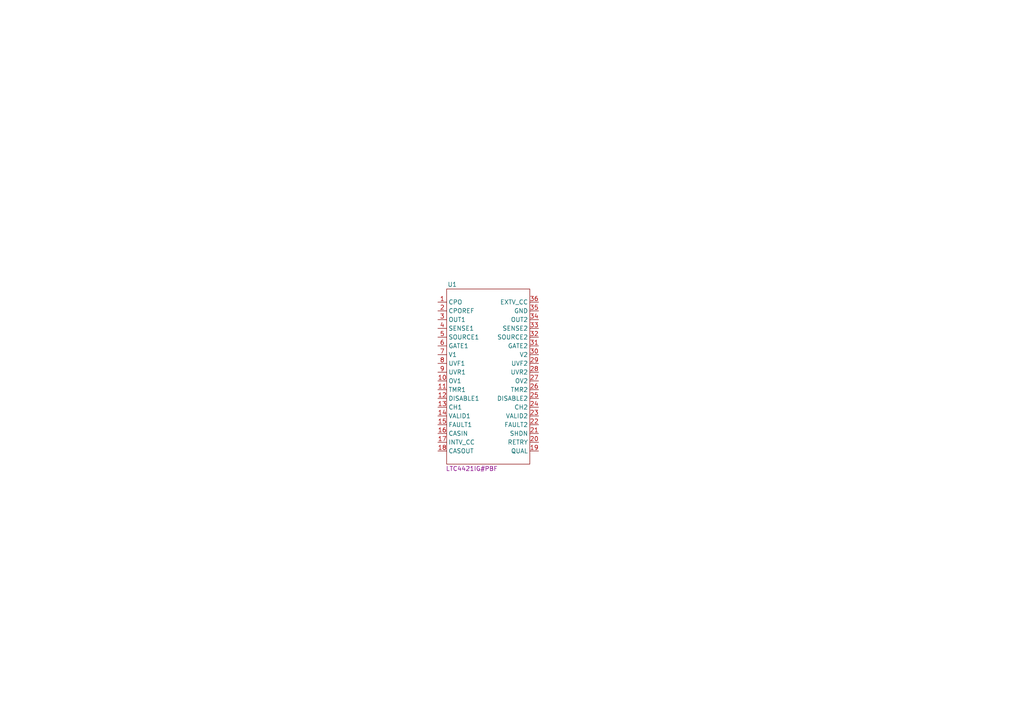
<source format=kicad_sch>
(kicad_sch
	(version 20231120)
	(generator "eeschema")
	(generator_version "8.0")
	(uuid "5dd9ac8a-d6ea-4987-9a8b-3f0429aba7fc")
	(paper "A4")
	(lib_symbols
		(symbol "Power_Path_Controller:LTC4421"
			(exclude_from_sim no)
			(in_bom yes)
			(on_board yes)
			(property "Reference" "U"
				(at -12.446 27.432 0)
				(effects
					(font
						(size 1.27 1.27)
					)
					(justify left top)
				)
			)
			(property "Value" ""
				(at 0 0 0)
				(effects
					(font
						(size 1.27 1.27)
					)
					(hide yes)
				)
			)
			(property "Footprint" ""
				(at 0 0 0)
				(effects
					(font
						(size 1.27 1.27)
					)
					(hide yes)
				)
			)
			(property "Datasheet" "https://www.analog.com/media/en/technical-documentation/data-sheets/LTC4421.pdf"
				(at 3.048 0.254 0)
				(effects
					(font
						(size 1.27 1.27)
					)
					(hide yes)
				)
			)
			(property "Description" ""
				(at 0 0 0)
				(effects
					(font
						(size 1.27 1.27)
					)
					(hide yes)
				)
			)
			(property "MFG PN" "LTC4421IG#PBF"
				(at -12.954 -27.432 0)
				(effects
					(font
						(size 1.27 1.27)
					)
					(justify left bottom)
				)
			)
			(symbol "LTC4421_0_1"
				(rectangle
					(start -12.7 25.4)
					(end 11.43 -25.4)
					(stroke
						(width 0)
						(type default)
					)
					(fill
						(type none)
					)
				)
			)
			(symbol "LTC4421_1_1"
				(pin output line
					(at -15.24 21.59 0)
					(length 2.54)
					(name "CPO"
						(effects
							(font
								(size 1.27 1.27)
							)
						)
					)
					(number "1"
						(effects
							(font
								(size 1.27 1.27)
							)
						)
					)
				)
				(pin input line
					(at -15.24 -1.27 0)
					(length 2.54)
					(name "OV1"
						(effects
							(font
								(size 1.27 1.27)
							)
						)
					)
					(number "10"
						(effects
							(font
								(size 1.27 1.27)
							)
						)
					)
				)
				(pin input line
					(at -15.24 -3.81 0)
					(length 2.54)
					(name "TMR1"
						(effects
							(font
								(size 1.27 1.27)
							)
						)
					)
					(number "11"
						(effects
							(font
								(size 1.27 1.27)
							)
						)
					)
				)
				(pin input line
					(at -15.24 -6.35 0)
					(length 2.54)
					(name "DISABLE1"
						(effects
							(font
								(size 1.27 1.27)
							)
						)
					)
					(number "12"
						(effects
							(font
								(size 1.27 1.27)
							)
						)
					)
				)
				(pin output line
					(at -15.24 -8.89 0)
					(length 2.54)
					(name "CH1"
						(effects
							(font
								(size 1.27 1.27)
							)
						)
					)
					(number "13"
						(effects
							(font
								(size 1.27 1.27)
							)
						)
					)
				)
				(pin output line
					(at -15.24 -11.43 0)
					(length 2.54)
					(name "VALID1"
						(effects
							(font
								(size 1.27 1.27)
							)
						)
					)
					(number "14"
						(effects
							(font
								(size 1.27 1.27)
							)
						)
					)
				)
				(pin output line
					(at -15.24 -13.97 0)
					(length 2.54)
					(name "FAULT1"
						(effects
							(font
								(size 1.27 1.27)
							)
						)
					)
					(number "15"
						(effects
							(font
								(size 1.27 1.27)
							)
						)
					)
				)
				(pin input line
					(at -15.24 -16.51 0)
					(length 2.54)
					(name "CASIN"
						(effects
							(font
								(size 1.27 1.27)
							)
						)
					)
					(number "16"
						(effects
							(font
								(size 1.27 1.27)
							)
						)
					)
				)
				(pin output line
					(at -15.24 -19.05 0)
					(length 2.54)
					(name "INTV_CC"
						(effects
							(font
								(size 1.27 1.27)
							)
						)
					)
					(number "17"
						(effects
							(font
								(size 1.27 1.27)
							)
						)
					)
				)
				(pin output line
					(at -15.24 -21.59 0)
					(length 2.54)
					(name "CASOUT"
						(effects
							(font
								(size 1.27 1.27)
							)
						)
					)
					(number "18"
						(effects
							(font
								(size 1.27 1.27)
							)
						)
					)
				)
				(pin input line
					(at 13.97 -21.59 180)
					(length 2.54)
					(name "QUAL"
						(effects
							(font
								(size 1.27 1.27)
							)
						)
					)
					(number "19"
						(effects
							(font
								(size 1.27 1.27)
							)
						)
					)
				)
				(pin input line
					(at -15.24 19.05 0)
					(length 2.54)
					(name "CPOREF"
						(effects
							(font
								(size 1.27 1.27)
							)
						)
					)
					(number "2"
						(effects
							(font
								(size 1.27 1.27)
							)
						)
					)
				)
				(pin input line
					(at 13.97 -19.05 180)
					(length 2.54)
					(name "RETRY"
						(effects
							(font
								(size 1.27 1.27)
							)
						)
					)
					(number "20"
						(effects
							(font
								(size 1.27 1.27)
							)
						)
					)
				)
				(pin input line
					(at 13.97 -16.51 180)
					(length 2.54)
					(name "SHDN"
						(effects
							(font
								(size 1.27 1.27)
							)
						)
					)
					(number "21"
						(effects
							(font
								(size 1.27 1.27)
							)
						)
					)
				)
				(pin output line
					(at 13.97 -13.97 180)
					(length 2.54)
					(name "FAULT2"
						(effects
							(font
								(size 1.27 1.27)
							)
						)
					)
					(number "22"
						(effects
							(font
								(size 1.27 1.27)
							)
						)
					)
				)
				(pin output line
					(at 13.97 -11.43 180)
					(length 2.54)
					(name "VALID2"
						(effects
							(font
								(size 1.27 1.27)
							)
						)
					)
					(number "23"
						(effects
							(font
								(size 1.27 1.27)
							)
						)
					)
				)
				(pin output line
					(at 13.97 -8.89 180)
					(length 2.54)
					(name "CH2"
						(effects
							(font
								(size 1.27 1.27)
							)
						)
					)
					(number "24"
						(effects
							(font
								(size 1.27 1.27)
							)
						)
					)
				)
				(pin input line
					(at 13.97 -6.35 180)
					(length 2.54)
					(name "DISABLE2"
						(effects
							(font
								(size 1.27 1.27)
							)
						)
					)
					(number "25"
						(effects
							(font
								(size 1.27 1.27)
							)
						)
					)
				)
				(pin input line
					(at 13.97 -3.81 180)
					(length 2.54)
					(name "TMR2"
						(effects
							(font
								(size 1.27 1.27)
							)
						)
					)
					(number "26"
						(effects
							(font
								(size 1.27 1.27)
							)
						)
					)
				)
				(pin input line
					(at 13.97 -1.27 180)
					(length 2.54)
					(name "OV2"
						(effects
							(font
								(size 1.27 1.27)
							)
						)
					)
					(number "27"
						(effects
							(font
								(size 1.27 1.27)
							)
						)
					)
				)
				(pin input line
					(at 13.97 1.27 180)
					(length 2.54)
					(name "UVR2"
						(effects
							(font
								(size 1.27 1.27)
							)
						)
					)
					(number "28"
						(effects
							(font
								(size 1.27 1.27)
							)
						)
					)
				)
				(pin input line
					(at 13.97 3.81 180)
					(length 2.54)
					(name "UVF2"
						(effects
							(font
								(size 1.27 1.27)
							)
						)
					)
					(number "29"
						(effects
							(font
								(size 1.27 1.27)
							)
						)
					)
				)
				(pin output line
					(at -15.24 16.51 0)
					(length 2.54)
					(name "OUT1"
						(effects
							(font
								(size 1.27 1.27)
							)
						)
					)
					(number "3"
						(effects
							(font
								(size 1.27 1.27)
							)
						)
					)
				)
				(pin power_in line
					(at 13.97 6.35 180)
					(length 2.54)
					(name "V2"
						(effects
							(font
								(size 1.27 1.27)
							)
						)
					)
					(number "30"
						(effects
							(font
								(size 1.27 1.27)
							)
						)
					)
				)
				(pin output line
					(at 13.97 8.89 180)
					(length 2.54)
					(name "GATE2"
						(effects
							(font
								(size 1.27 1.27)
							)
						)
					)
					(number "31"
						(effects
							(font
								(size 1.27 1.27)
							)
						)
					)
				)
				(pin input line
					(at 13.97 11.43 180)
					(length 2.54)
					(name "SOURCE2"
						(effects
							(font
								(size 1.27 1.27)
							)
						)
					)
					(number "32"
						(effects
							(font
								(size 1.27 1.27)
							)
						)
					)
				)
				(pin input line
					(at 13.97 13.97 180)
					(length 2.54)
					(name "SENSE2"
						(effects
							(font
								(size 1.27 1.27)
							)
						)
					)
					(number "33"
						(effects
							(font
								(size 1.27 1.27)
							)
						)
					)
				)
				(pin output line
					(at 13.97 16.51 180)
					(length 2.54)
					(name "OUT2"
						(effects
							(font
								(size 1.27 1.27)
							)
						)
					)
					(number "34"
						(effects
							(font
								(size 1.27 1.27)
							)
						)
					)
				)
				(pin power_in line
					(at 13.97 19.05 180)
					(length 2.54)
					(name "GND"
						(effects
							(font
								(size 1.27 1.27)
							)
						)
					)
					(number "35"
						(effects
							(font
								(size 1.27 1.27)
							)
						)
					)
				)
				(pin input line
					(at 13.97 21.59 180)
					(length 2.54)
					(name "EXTV_CC"
						(effects
							(font
								(size 1.27 1.27)
							)
						)
					)
					(number "36"
						(effects
							(font
								(size 1.27 1.27)
							)
						)
					)
				)
				(pin input line
					(at -15.24 13.97 0)
					(length 2.54)
					(name "SENSE1"
						(effects
							(font
								(size 1.27 1.27)
							)
						)
					)
					(number "4"
						(effects
							(font
								(size 1.27 1.27)
							)
						)
					)
				)
				(pin input line
					(at -15.24 11.43 0)
					(length 2.54)
					(name "SOURCE1"
						(effects
							(font
								(size 1.27 1.27)
							)
						)
					)
					(number "5"
						(effects
							(font
								(size 1.27 1.27)
							)
						)
					)
				)
				(pin output line
					(at -15.24 8.89 0)
					(length 2.54)
					(name "GATE1"
						(effects
							(font
								(size 1.27 1.27)
							)
						)
					)
					(number "6"
						(effects
							(font
								(size 1.27 1.27)
							)
						)
					)
				)
				(pin power_in line
					(at -15.24 6.35 0)
					(length 2.54)
					(name "V1"
						(effects
							(font
								(size 1.27 1.27)
							)
						)
					)
					(number "7"
						(effects
							(font
								(size 1.27 1.27)
							)
						)
					)
				)
				(pin input line
					(at -15.24 3.81 0)
					(length 2.54)
					(name "UVF1"
						(effects
							(font
								(size 1.27 1.27)
							)
						)
					)
					(number "8"
						(effects
							(font
								(size 1.27 1.27)
							)
						)
					)
				)
				(pin input line
					(at -15.24 1.27 0)
					(length 2.54)
					(name "UVR1"
						(effects
							(font
								(size 1.27 1.27)
							)
						)
					)
					(number "9"
						(effects
							(font
								(size 1.27 1.27)
							)
						)
					)
				)
			)
		)
	)
	(symbol
		(lib_id "Power_Path_Controller:LTC4421")
		(at 142.24 109.22 0)
		(unit 1)
		(exclude_from_sim no)
		(in_bom yes)
		(on_board yes)
		(dnp no)
		(uuid "19a27c0c-df3a-459e-a38e-0f570e182d2c")
		(property "Reference" "U1"
			(at 129.794 81.788 0)
			(effects
				(font
					(size 1.27 1.27)
				)
				(justify left top)
			)
		)
		(property "Value" "~"
			(at 142.24 109.22 0)
			(effects
				(font
					(size 1.27 1.27)
				)
				(hide yes)
			)
		)
		(property "Footprint" ""
			(at 142.24 109.22 0)
			(effects
				(font
					(size 1.27 1.27)
				)
				(hide yes)
			)
		)
		(property "Datasheet" "https://www.analog.com/media/en/technical-documentation/data-sheets/LTC4421.pdf"
			(at 145.288 108.966 0)
			(effects
				(font
					(size 1.27 1.27)
				)
				(hide yes)
			)
		)
		(property "Description" ""
			(at 142.24 109.22 0)
			(effects
				(font
					(size 1.27 1.27)
				)
				(hide yes)
			)
		)
		(property "MFG PN" "LTC4421IG#PBF"
			(at 129.286 136.652 0)
			(effects
				(font
					(size 1.27 1.27)
				)
				(justify left bottom)
			)
		)
		(pin "14"
			(uuid "a6612ab2-d619-433c-b403-ee842bc1a8d9")
		)
		(pin "27"
			(uuid "f3d1d5f2-d0d6-465e-bd90-969ad835c8d2")
		)
		(pin "31"
			(uuid "30fb65f5-ab9d-4c67-a9b9-867a99edb6d3")
		)
		(pin "10"
			(uuid "a119f880-90c7-400a-b3c0-c3598779a430")
		)
		(pin "32"
			(uuid "2238e116-e517-4147-b13a-31a4bf871c22")
		)
		(pin "34"
			(uuid "8dc4b836-c4d4-43e6-a897-a398874b7ca6")
		)
		(pin "25"
			(uuid "4472bc1a-513e-4302-8720-c81892cab4cc")
		)
		(pin "26"
			(uuid "c26fd77b-7ea3-420d-b475-68b4049383a2")
		)
		(pin "21"
			(uuid "db0fef8e-b8b4-4e64-9af1-626811c725cb")
		)
		(pin "24"
			(uuid "1fcd6f4b-17e4-4ee2-9da4-19090a8cf842")
		)
		(pin "4"
			(uuid "707511e6-fd63-4eeb-885e-bc66446d3bd6")
		)
		(pin "5"
			(uuid "0bd2e723-5f54-4a1f-82ef-1795b2e20b0d")
		)
		(pin "8"
			(uuid "6e81e5a9-2067-416f-83bd-139a2e054e33")
		)
		(pin "9"
			(uuid "cfdc6567-4f05-4b52-9b3a-1bf63991691f")
		)
		(pin "11"
			(uuid "f4065223-50db-47d5-a18c-a41bdb2f6b9f")
		)
		(pin "1"
			(uuid "e906b427-0a6d-4493-b9ef-8f1e94b747f4")
		)
		(pin "15"
			(uuid "33c6bdd3-411f-4e63-8ce4-cce412c2286c")
		)
		(pin "19"
			(uuid "fc25afdb-9c08-45eb-aaa5-ce5270130d97")
		)
		(pin "6"
			(uuid "14c66f9e-f563-4234-aeab-12da3ef36a76")
		)
		(pin "12"
			(uuid "e2cd134a-64a1-4a97-81fb-3ad0275e1fa9")
		)
		(pin "7"
			(uuid "a8d1bf66-085f-48a9-a1cd-8b242ad835dc")
		)
		(pin "3"
			(uuid "b9dd3415-9c27-4644-819c-05ccc258280e")
		)
		(pin "20"
			(uuid "88ec3ef7-8d3b-4a64-8353-29764c8f207f")
		)
		(pin "33"
			(uuid "a5a1bb1f-ebb7-476c-b549-82c2167f9774")
		)
		(pin "35"
			(uuid "3fe37a85-f5c8-40f1-b243-0449fb4aabf3")
		)
		(pin "13"
			(uuid "97d36d85-faf4-4bcb-92dd-c586842a155b")
		)
		(pin "16"
			(uuid "4d644649-1eda-4580-9aab-3c2d284b33c4")
		)
		(pin "29"
			(uuid "2e3492db-b4c5-4890-98d3-cef1f546445d")
		)
		(pin "22"
			(uuid "32c1df57-3b65-43c5-a87d-b27f916666c9")
		)
		(pin "36"
			(uuid "54aa960c-0a43-4aba-82f4-3153a9fe99f7")
		)
		(pin "17"
			(uuid "780c5796-53d0-4544-81b4-6e3ce9ef35c1")
		)
		(pin "18"
			(uuid "410f0b7f-e629-47b0-878f-dd7b908a9f01")
		)
		(pin "23"
			(uuid "49e9e63c-5ba1-4c7d-b50f-76c738b53670")
		)
		(pin "2"
			(uuid "eff33ca5-c35c-4030-bbe6-e3449e5b2e6f")
		)
		(pin "28"
			(uuid "5035bc15-53db-4fe5-913e-5d309bab9720")
		)
		(pin "30"
			(uuid "862da099-4e8b-46d8-8548-0829d5d32275")
		)
		(instances
			(project ""
				(path "/5dd9ac8a-d6ea-4987-9a8b-3f0429aba7fc"
					(reference "U1")
					(unit 1)
				)
			)
		)
	)
	(sheet_instances
		(path "/"
			(page "1")
		)
	)
)

</source>
